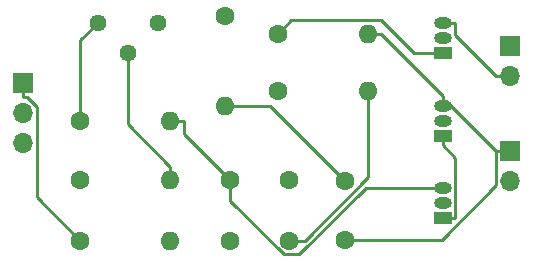
<source format=gbr>
G04 #@! TF.GenerationSoftware,KiCad,Pcbnew,(5.1.5)-3*
G04 #@! TF.CreationDate,2020-01-24T14:43:17-05:00*
G04 #@! TF.ProjectId,sync,73796e63-2e6b-4696-9361-645f70636258,v01*
G04 #@! TF.SameCoordinates,Original*
G04 #@! TF.FileFunction,Copper,L2,Bot*
G04 #@! TF.FilePolarity,Positive*
%FSLAX46Y46*%
G04 Gerber Fmt 4.6, Leading zero omitted, Abs format (unit mm)*
G04 Created by KiCad (PCBNEW (5.1.5)-3) date 2020-01-24 14:43:17*
%MOMM*%
%LPD*%
G04 APERTURE LIST*
%ADD10C,1.600000*%
%ADD11R,1.700000X1.700000*%
%ADD12O,1.700000X1.700000*%
%ADD13O,1.500000X1.000000*%
%ADD14R,1.500000X1.000000*%
%ADD15O,1.600000X1.600000*%
%ADD16C,1.440000*%
%ADD17C,0.250000*%
G04 APERTURE END LIST*
D10*
X119160000Y-83760000D03*
X124160000Y-83760000D03*
X119160000Y-88900000D03*
X124160000Y-88900000D03*
X128905000Y-88820000D03*
X128905000Y-83820000D03*
D11*
X101600000Y-75565000D03*
D12*
X101600000Y-78105000D03*
X101600000Y-80645000D03*
D11*
X142875000Y-72390000D03*
D12*
X142875000Y-74930000D03*
X142875000Y-83820000D03*
D11*
X142875000Y-81280000D03*
D13*
X137160000Y-85725000D03*
X137160000Y-84455000D03*
D14*
X137160000Y-86995000D03*
D13*
X137160000Y-71755000D03*
X137160000Y-70485000D03*
D14*
X137160000Y-73025000D03*
X137160000Y-80010000D03*
D13*
X137160000Y-77470000D03*
X137160000Y-78740000D03*
D15*
X114105000Y-78740000D03*
D10*
X106485000Y-78740000D03*
X118745000Y-69850000D03*
D15*
X118745000Y-77470000D03*
D10*
X106485000Y-83760000D03*
D15*
X114105000Y-83760000D03*
X130810000Y-76200000D03*
D10*
X123190000Y-76200000D03*
X106485000Y-88900000D03*
D15*
X114105000Y-88900000D03*
X130810000Y-71375000D03*
D10*
X123190000Y-71375000D03*
D16*
X113030000Y-70485000D03*
X110490000Y-73025000D03*
X107950000Y-70485000D03*
D17*
X114105000Y-78740000D02*
X115230300Y-78740000D01*
X115230300Y-78740000D02*
X115230300Y-79830300D01*
X115230300Y-79830300D02*
X119160000Y-83760000D01*
X137160000Y-84455000D02*
X130630500Y-84455000D01*
X130630500Y-84455000D02*
X125030200Y-90055300D01*
X125030200Y-90055300D02*
X123690600Y-90055300D01*
X123690600Y-90055300D02*
X119160000Y-85524700D01*
X119160000Y-85524700D02*
X119160000Y-83760000D01*
X114105000Y-83760000D02*
X114105000Y-82634700D01*
X110490000Y-73025000D02*
X110490000Y-79019700D01*
X110490000Y-79019700D02*
X114105000Y-82634700D01*
X130810000Y-76200000D02*
X130810000Y-83551800D01*
X130810000Y-83551800D02*
X125461800Y-88900000D01*
X125461800Y-88900000D02*
X124160000Y-88900000D01*
X128905000Y-88820000D02*
X137101500Y-88820000D01*
X137101500Y-88820000D02*
X141699700Y-84221800D01*
X141699700Y-84221800D02*
X141699700Y-81280000D01*
X137160000Y-77057300D02*
X137477000Y-77057300D01*
X137477000Y-77057300D02*
X141699700Y-81280000D01*
X142875000Y-81280000D02*
X141699700Y-81280000D01*
X137160000Y-77057300D02*
X137160000Y-76644700D01*
X137160000Y-77470000D02*
X137160000Y-77057300D01*
X130810000Y-71375000D02*
X131935300Y-71375000D01*
X131935300Y-71375000D02*
X131935300Y-71420000D01*
X131935300Y-71420000D02*
X137160000Y-76644700D01*
X118745000Y-77470000D02*
X122555000Y-77470000D01*
X122555000Y-77470000D02*
X128905000Y-83820000D01*
X137160000Y-70485000D02*
X138235300Y-70485000D01*
X142875000Y-74930000D02*
X141699700Y-74930000D01*
X138235300Y-70485000D02*
X138235300Y-71465600D01*
X138235300Y-71465600D02*
X141699700Y-74930000D01*
X137160000Y-86995000D02*
X138235300Y-86995000D01*
X137160000Y-80010000D02*
X137160000Y-80835300D01*
X137160000Y-80835300D02*
X138235300Y-81910600D01*
X138235300Y-81910600D02*
X138235300Y-86995000D01*
X101600000Y-75565000D02*
X101600000Y-76740300D01*
X106485000Y-88900000D02*
X102775300Y-85190300D01*
X102775300Y-85190300D02*
X102775300Y-77548200D01*
X102775300Y-77548200D02*
X101967400Y-76740300D01*
X101967400Y-76740300D02*
X101600000Y-76740300D01*
X137160000Y-73025000D02*
X134710600Y-73025000D01*
X134710600Y-73025000D02*
X131919900Y-70234300D01*
X131919900Y-70234300D02*
X124330700Y-70234300D01*
X124330700Y-70234300D02*
X123190000Y-71375000D01*
X107950000Y-70485000D02*
X106485000Y-71950000D01*
X106485000Y-71950000D02*
X106485000Y-78740000D01*
M02*

</source>
